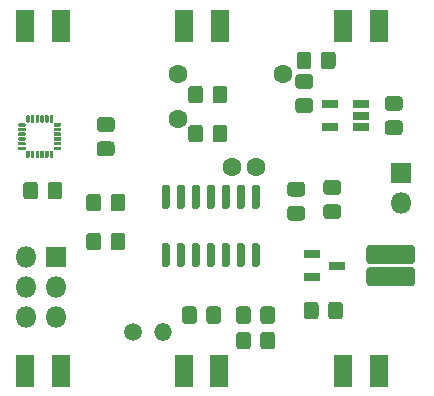
<source format=gbr>
%TF.GenerationSoftware,KiCad,Pcbnew,5.1.6*%
%TF.CreationDate,2020-10-24T08:35:36+02:00*%
%TF.ProjectId,MoCoBiBa_no_charger,4d6f436f-4269-4426-915f-6e6f5f636861,rev?*%
%TF.SameCoordinates,Original*%
%TF.FileFunction,Soldermask,Top*%
%TF.FilePolarity,Negative*%
%FSLAX46Y46*%
G04 Gerber Fmt 4.6, Leading zero omitted, Abs format (unit mm)*
G04 Created by KiCad (PCBNEW 5.1.6) date 2020-10-24 08:35:36*
%MOMM*%
%LPD*%
G01*
G04 APERTURE LIST*
%ADD10O,1.500000X1.500000*%
%ADD11C,1.500000*%
%ADD12C,1.600000*%
%ADD13R,1.600000X2.700000*%
%ADD14R,1.800000X1.800000*%
%ADD15O,1.800000X1.800000*%
%ADD16R,1.440000X0.740000*%
%ADD17R,1.320000X0.750000*%
G04 APERTURE END LIST*
D10*
%TO.C,R2*%
X45720000Y-59944000D03*
D11*
X43180000Y-59944000D03*
%TD*%
%TO.C,R1*%
G36*
G01*
X53185000Y-60227738D02*
X53185000Y-61184262D01*
G75*
G02*
X52913262Y-61456000I-271738J0D01*
G01*
X52206738Y-61456000D01*
G75*
G02*
X51935000Y-61184262I0J271738D01*
G01*
X51935000Y-60227738D01*
G75*
G02*
X52206738Y-59956000I271738J0D01*
G01*
X52913262Y-59956000D01*
G75*
G02*
X53185000Y-60227738I0J-271738D01*
G01*
G37*
G36*
G01*
X55235000Y-60227738D02*
X55235000Y-61184262D01*
G75*
G02*
X54963262Y-61456000I-271738J0D01*
G01*
X54256738Y-61456000D01*
G75*
G02*
X53985000Y-61184262I0J271738D01*
G01*
X53985000Y-60227738D01*
G75*
G02*
X54256738Y-59956000I271738J0D01*
G01*
X54963262Y-59956000D01*
G75*
G02*
X55235000Y-60227738I0J-271738D01*
G01*
G37*
%TD*%
D12*
%TO.C,3V3*%
X55880000Y-38100000D03*
%TD*%
%TO.C,SCL1*%
X46990000Y-41910000D03*
%TD*%
%TO.C,SDA1*%
X46990000Y-38100000D03*
%TD*%
%TO.C,PB1*%
X51562000Y-45974000D03*
%TD*%
%TO.C,PB0*%
X53594000Y-45974000D03*
%TD*%
%TO.C,C1*%
G36*
G01*
X56544738Y-49304000D02*
X57501262Y-49304000D01*
G75*
G02*
X57773000Y-49575738I0J-271738D01*
G01*
X57773000Y-50282262D01*
G75*
G02*
X57501262Y-50554000I-271738J0D01*
G01*
X56544738Y-50554000D01*
G75*
G02*
X56273000Y-50282262I0J271738D01*
G01*
X56273000Y-49575738D01*
G75*
G02*
X56544738Y-49304000I271738J0D01*
G01*
G37*
G36*
G01*
X56544738Y-47254000D02*
X57501262Y-47254000D01*
G75*
G02*
X57773000Y-47525738I0J-271738D01*
G01*
X57773000Y-48232262D01*
G75*
G02*
X57501262Y-48504000I-271738J0D01*
G01*
X56544738Y-48504000D01*
G75*
G02*
X56273000Y-48232262I0J271738D01*
G01*
X56273000Y-47525738D01*
G75*
G02*
X56544738Y-47254000I271738J0D01*
G01*
G37*
%TD*%
%TO.C,C5*%
G36*
G01*
X59115800Y-37460662D02*
X59115800Y-36504138D01*
G75*
G02*
X59387538Y-36232400I271738J0D01*
G01*
X60094062Y-36232400D01*
G75*
G02*
X60365800Y-36504138I0J-271738D01*
G01*
X60365800Y-37460662D01*
G75*
G02*
X60094062Y-37732400I-271738J0D01*
G01*
X59387538Y-37732400D01*
G75*
G02*
X59115800Y-37460662I0J271738D01*
G01*
G37*
G36*
G01*
X57065800Y-37460662D02*
X57065800Y-36504138D01*
G75*
G02*
X57337538Y-36232400I271738J0D01*
G01*
X58044062Y-36232400D01*
G75*
G02*
X58315800Y-36504138I0J-271738D01*
G01*
X58315800Y-37460662D01*
G75*
G02*
X58044062Y-37732400I-271738J0D01*
G01*
X57337538Y-37732400D01*
G75*
G02*
X57065800Y-37460662I0J271738D01*
G01*
G37*
%TD*%
%TO.C,C3*%
G36*
G01*
X35969000Y-48484262D02*
X35969000Y-47527738D01*
G75*
G02*
X36240738Y-47256000I271738J0D01*
G01*
X36947262Y-47256000D01*
G75*
G02*
X37219000Y-47527738I0J-271738D01*
G01*
X37219000Y-48484262D01*
G75*
G02*
X36947262Y-48756000I-271738J0D01*
G01*
X36240738Y-48756000D01*
G75*
G02*
X35969000Y-48484262I0J271738D01*
G01*
G37*
G36*
G01*
X33919000Y-48484262D02*
X33919000Y-47527738D01*
G75*
G02*
X34190738Y-47256000I271738J0D01*
G01*
X34897262Y-47256000D01*
G75*
G02*
X35169000Y-47527738I0J-271738D01*
G01*
X35169000Y-48484262D01*
G75*
G02*
X34897262Y-48756000I-271738J0D01*
G01*
X34190738Y-48756000D01*
G75*
G02*
X33919000Y-48484262I0J271738D01*
G01*
G37*
%TD*%
%TO.C,R12*%
G36*
G01*
X49139000Y-42701738D02*
X49139000Y-43658262D01*
G75*
G02*
X48867262Y-43930000I-271738J0D01*
G01*
X48160738Y-43930000D01*
G75*
G02*
X47889000Y-43658262I0J271738D01*
G01*
X47889000Y-42701738D01*
G75*
G02*
X48160738Y-42430000I271738J0D01*
G01*
X48867262Y-42430000D01*
G75*
G02*
X49139000Y-42701738I0J-271738D01*
G01*
G37*
G36*
G01*
X51189000Y-42701738D02*
X51189000Y-43658262D01*
G75*
G02*
X50917262Y-43930000I-271738J0D01*
G01*
X50210738Y-43930000D01*
G75*
G02*
X49939000Y-43658262I0J271738D01*
G01*
X49939000Y-42701738D01*
G75*
G02*
X50210738Y-42430000I271738J0D01*
G01*
X50917262Y-42430000D01*
G75*
G02*
X51189000Y-42701738I0J-271738D01*
G01*
G37*
%TD*%
%TO.C,R11*%
G36*
G01*
X49139000Y-39399738D02*
X49139000Y-40356262D01*
G75*
G02*
X48867262Y-40628000I-271738J0D01*
G01*
X48160738Y-40628000D01*
G75*
G02*
X47889000Y-40356262I0J271738D01*
G01*
X47889000Y-39399738D01*
G75*
G02*
X48160738Y-39128000I271738J0D01*
G01*
X48867262Y-39128000D01*
G75*
G02*
X49139000Y-39399738I0J-271738D01*
G01*
G37*
G36*
G01*
X51189000Y-39399738D02*
X51189000Y-40356262D01*
G75*
G02*
X50917262Y-40628000I-271738J0D01*
G01*
X50210738Y-40628000D01*
G75*
G02*
X49939000Y-40356262I0J271738D01*
G01*
X49939000Y-39399738D01*
G75*
G02*
X50210738Y-39128000I271738J0D01*
G01*
X50917262Y-39128000D01*
G75*
G02*
X51189000Y-39399738I0J-271738D01*
G01*
G37*
%TD*%
D13*
%TO.C,D6*%
X61008000Y-63246000D03*
X64008000Y-63246000D03*
%TD*%
%TO.C,D5*%
X47522000Y-63246000D03*
X50522000Y-63246000D03*
%TD*%
%TO.C,D1*%
X34084000Y-34036000D03*
X37084000Y-34036000D03*
%TD*%
%TO.C,C4*%
G36*
G01*
X41303000Y-49500262D02*
X41303000Y-48543738D01*
G75*
G02*
X41574738Y-48272000I271738J0D01*
G01*
X42281262Y-48272000D01*
G75*
G02*
X42553000Y-48543738I0J-271738D01*
G01*
X42553000Y-49500262D01*
G75*
G02*
X42281262Y-49772000I-271738J0D01*
G01*
X41574738Y-49772000D01*
G75*
G02*
X41303000Y-49500262I0J271738D01*
G01*
G37*
G36*
G01*
X39253000Y-49500262D02*
X39253000Y-48543738D01*
G75*
G02*
X39524738Y-48272000I271738J0D01*
G01*
X40231262Y-48272000D01*
G75*
G02*
X40503000Y-48543738I0J-271738D01*
G01*
X40503000Y-49500262D01*
G75*
G02*
X40231262Y-49772000I-271738J0D01*
G01*
X39524738Y-49772000D01*
G75*
G02*
X39253000Y-49500262I0J271738D01*
G01*
G37*
%TD*%
%TO.C,C6*%
G36*
G01*
X40415738Y-41793000D02*
X41372262Y-41793000D01*
G75*
G02*
X41644000Y-42064738I0J-271738D01*
G01*
X41644000Y-42771262D01*
G75*
G02*
X41372262Y-43043000I-271738J0D01*
G01*
X40415738Y-43043000D01*
G75*
G02*
X40144000Y-42771262I0J271738D01*
G01*
X40144000Y-42064738D01*
G75*
G02*
X40415738Y-41793000I271738J0D01*
G01*
G37*
G36*
G01*
X40415738Y-43843000D02*
X41372262Y-43843000D01*
G75*
G02*
X41644000Y-44114738I0J-271738D01*
G01*
X41644000Y-44821262D01*
G75*
G02*
X41372262Y-45093000I-271738J0D01*
G01*
X40415738Y-45093000D01*
G75*
G02*
X40144000Y-44821262I0J271738D01*
G01*
X40144000Y-44114738D01*
G75*
G02*
X40415738Y-43843000I271738J0D01*
G01*
G37*
%TD*%
%TO.C,D2*%
X50546000Y-34036000D03*
X47546000Y-34036000D03*
%TD*%
%TO.C,D3*%
X61008000Y-34036000D03*
X64008000Y-34036000D03*
%TD*%
%TO.C,D4*%
X37084000Y-63246000D03*
X34084000Y-63246000D03*
%TD*%
D14*
%TO.C,J2*%
X65913000Y-46482000D03*
D15*
X65913000Y-49022000D03*
%TD*%
D14*
%TO.C,J3*%
X36703000Y-53594000D03*
D15*
X34163000Y-53594000D03*
X36703000Y-56134000D03*
X34163000Y-56134000D03*
X36703000Y-58674000D03*
X34163000Y-58674000D03*
%TD*%
%TO.C,L1*%
G36*
G01*
X58187062Y-41435400D02*
X57230538Y-41435400D01*
G75*
G02*
X56958800Y-41163662I0J271738D01*
G01*
X56958800Y-40457138D01*
G75*
G02*
X57230538Y-40185400I271738J0D01*
G01*
X58187062Y-40185400D01*
G75*
G02*
X58458800Y-40457138I0J-271738D01*
G01*
X58458800Y-41163662D01*
G75*
G02*
X58187062Y-41435400I-271738J0D01*
G01*
G37*
G36*
G01*
X58187062Y-39385400D02*
X57230538Y-39385400D01*
G75*
G02*
X56958800Y-39113662I0J271738D01*
G01*
X56958800Y-38407138D01*
G75*
G02*
X57230538Y-38135400I271738J0D01*
G01*
X58187062Y-38135400D01*
G75*
G02*
X58458800Y-38407138I0J-271738D01*
G01*
X58458800Y-39113662D01*
G75*
G02*
X58187062Y-39385400I-271738J0D01*
G01*
G37*
%TD*%
D16*
%TO.C,Q1*%
X60486000Y-54356000D03*
X58386000Y-55306000D03*
X58386000Y-53406000D03*
%TD*%
%TO.C,R4*%
G36*
G01*
X55235000Y-58068738D02*
X55235000Y-59025262D01*
G75*
G02*
X54963262Y-59297000I-271738J0D01*
G01*
X54256738Y-59297000D01*
G75*
G02*
X53985000Y-59025262I0J271738D01*
G01*
X53985000Y-58068738D01*
G75*
G02*
X54256738Y-57797000I271738J0D01*
G01*
X54963262Y-57797000D01*
G75*
G02*
X55235000Y-58068738I0J-271738D01*
G01*
G37*
G36*
G01*
X53185000Y-58068738D02*
X53185000Y-59025262D01*
G75*
G02*
X52913262Y-59297000I-271738J0D01*
G01*
X52206738Y-59297000D01*
G75*
G02*
X51935000Y-59025262I0J271738D01*
G01*
X51935000Y-58068738D01*
G75*
G02*
X52206738Y-57797000I271738J0D01*
G01*
X52913262Y-57797000D01*
G75*
G02*
X53185000Y-58068738I0J-271738D01*
G01*
G37*
%TD*%
%TO.C,R5*%
G36*
G01*
X50663000Y-58068738D02*
X50663000Y-59025262D01*
G75*
G02*
X50391262Y-59297000I-271738J0D01*
G01*
X49684738Y-59297000D01*
G75*
G02*
X49413000Y-59025262I0J271738D01*
G01*
X49413000Y-58068738D01*
G75*
G02*
X49684738Y-57797000I271738J0D01*
G01*
X50391262Y-57797000D01*
G75*
G02*
X50663000Y-58068738I0J-271738D01*
G01*
G37*
G36*
G01*
X48613000Y-58068738D02*
X48613000Y-59025262D01*
G75*
G02*
X48341262Y-59297000I-271738J0D01*
G01*
X47634738Y-59297000D01*
G75*
G02*
X47363000Y-59025262I0J271738D01*
G01*
X47363000Y-58068738D01*
G75*
G02*
X47634738Y-57797000I271738J0D01*
G01*
X48341262Y-57797000D01*
G75*
G02*
X48613000Y-58068738I0J-271738D01*
G01*
G37*
%TD*%
%TO.C,R7*%
G36*
G01*
X59592738Y-47109000D02*
X60549262Y-47109000D01*
G75*
G02*
X60821000Y-47380738I0J-271738D01*
G01*
X60821000Y-48087262D01*
G75*
G02*
X60549262Y-48359000I-271738J0D01*
G01*
X59592738Y-48359000D01*
G75*
G02*
X59321000Y-48087262I0J271738D01*
G01*
X59321000Y-47380738D01*
G75*
G02*
X59592738Y-47109000I271738J0D01*
G01*
G37*
G36*
G01*
X59592738Y-49159000D02*
X60549262Y-49159000D01*
G75*
G02*
X60821000Y-49430738I0J-271738D01*
G01*
X60821000Y-50137262D01*
G75*
G02*
X60549262Y-50409000I-271738J0D01*
G01*
X59592738Y-50409000D01*
G75*
G02*
X59321000Y-50137262I0J271738D01*
G01*
X59321000Y-49430738D01*
G75*
G02*
X59592738Y-49159000I271738J0D01*
G01*
G37*
%TD*%
%TO.C,R8*%
G36*
G01*
X59718000Y-58644262D02*
X59718000Y-57687738D01*
G75*
G02*
X59989738Y-57416000I271738J0D01*
G01*
X60696262Y-57416000D01*
G75*
G02*
X60968000Y-57687738I0J-271738D01*
G01*
X60968000Y-58644262D01*
G75*
G02*
X60696262Y-58916000I-271738J0D01*
G01*
X59989738Y-58916000D01*
G75*
G02*
X59718000Y-58644262I0J271738D01*
G01*
G37*
G36*
G01*
X57668000Y-58644262D02*
X57668000Y-57687738D01*
G75*
G02*
X57939738Y-57416000I271738J0D01*
G01*
X58646262Y-57416000D01*
G75*
G02*
X58918000Y-57687738I0J-271738D01*
G01*
X58918000Y-58644262D01*
G75*
G02*
X58646262Y-58916000I-271738J0D01*
G01*
X57939738Y-58916000D01*
G75*
G02*
X57668000Y-58644262I0J271738D01*
G01*
G37*
%TD*%
%TO.C,R9*%
G36*
G01*
X66807608Y-56106000D02*
X63240392Y-56106000D01*
G75*
G02*
X62974000Y-55839608I0J266392D01*
G01*
X62974000Y-54747392D01*
G75*
G02*
X63240392Y-54481000I266392J0D01*
G01*
X66807608Y-54481000D01*
G75*
G02*
X67074000Y-54747392I0J-266392D01*
G01*
X67074000Y-55839608D01*
G75*
G02*
X66807608Y-56106000I-266392J0D01*
G01*
G37*
G36*
G01*
X66807608Y-54231000D02*
X63240392Y-54231000D01*
G75*
G02*
X62974000Y-53964608I0J266392D01*
G01*
X62974000Y-52872392D01*
G75*
G02*
X63240392Y-52606000I266392J0D01*
G01*
X66807608Y-52606000D01*
G75*
G02*
X67074000Y-52872392I0J-266392D01*
G01*
X67074000Y-53964608D01*
G75*
G02*
X66807608Y-54231000I-266392J0D01*
G01*
G37*
%TD*%
%TO.C,R10*%
G36*
G01*
X64799738Y-42056000D02*
X65756262Y-42056000D01*
G75*
G02*
X66028000Y-42327738I0J-271738D01*
G01*
X66028000Y-43034262D01*
G75*
G02*
X65756262Y-43306000I-271738J0D01*
G01*
X64799738Y-43306000D01*
G75*
G02*
X64528000Y-43034262I0J271738D01*
G01*
X64528000Y-42327738D01*
G75*
G02*
X64799738Y-42056000I271738J0D01*
G01*
G37*
G36*
G01*
X64799738Y-40006000D02*
X65756262Y-40006000D01*
G75*
G02*
X66028000Y-40277738I0J-271738D01*
G01*
X66028000Y-40984262D01*
G75*
G02*
X65756262Y-41256000I-271738J0D01*
G01*
X64799738Y-41256000D01*
G75*
G02*
X64528000Y-40984262I0J271738D01*
G01*
X64528000Y-40277738D01*
G75*
G02*
X64799738Y-40006000I271738J0D01*
G01*
G37*
%TD*%
%TO.C,R13*%
G36*
G01*
X41303000Y-52802262D02*
X41303000Y-51845738D01*
G75*
G02*
X41574738Y-51574000I271738J0D01*
G01*
X42281262Y-51574000D01*
G75*
G02*
X42553000Y-51845738I0J-271738D01*
G01*
X42553000Y-52802262D01*
G75*
G02*
X42281262Y-53074000I-271738J0D01*
G01*
X41574738Y-53074000D01*
G75*
G02*
X41303000Y-52802262I0J271738D01*
G01*
G37*
G36*
G01*
X39253000Y-52802262D02*
X39253000Y-51845738D01*
G75*
G02*
X39524738Y-51574000I271738J0D01*
G01*
X40231262Y-51574000D01*
G75*
G02*
X40503000Y-51845738I0J-271738D01*
G01*
X40503000Y-52802262D01*
G75*
G02*
X40231262Y-53074000I-271738J0D01*
G01*
X39524738Y-53074000D01*
G75*
G02*
X39253000Y-52802262I0J271738D01*
G01*
G37*
%TD*%
%TO.C,U2*%
G36*
G01*
X53419000Y-47489000D02*
X53769000Y-47489000D01*
G75*
G02*
X53944000Y-47664000I0J-175000D01*
G01*
X53944000Y-49364000D01*
G75*
G02*
X53769000Y-49539000I-175000J0D01*
G01*
X53419000Y-49539000D01*
G75*
G02*
X53244000Y-49364000I0J175000D01*
G01*
X53244000Y-47664000D01*
G75*
G02*
X53419000Y-47489000I175000J0D01*
G01*
G37*
G36*
G01*
X52149000Y-47489000D02*
X52499000Y-47489000D01*
G75*
G02*
X52674000Y-47664000I0J-175000D01*
G01*
X52674000Y-49364000D01*
G75*
G02*
X52499000Y-49539000I-175000J0D01*
G01*
X52149000Y-49539000D01*
G75*
G02*
X51974000Y-49364000I0J175000D01*
G01*
X51974000Y-47664000D01*
G75*
G02*
X52149000Y-47489000I175000J0D01*
G01*
G37*
G36*
G01*
X50879000Y-47489000D02*
X51229000Y-47489000D01*
G75*
G02*
X51404000Y-47664000I0J-175000D01*
G01*
X51404000Y-49364000D01*
G75*
G02*
X51229000Y-49539000I-175000J0D01*
G01*
X50879000Y-49539000D01*
G75*
G02*
X50704000Y-49364000I0J175000D01*
G01*
X50704000Y-47664000D01*
G75*
G02*
X50879000Y-47489000I175000J0D01*
G01*
G37*
G36*
G01*
X49609000Y-47489000D02*
X49959000Y-47489000D01*
G75*
G02*
X50134000Y-47664000I0J-175000D01*
G01*
X50134000Y-49364000D01*
G75*
G02*
X49959000Y-49539000I-175000J0D01*
G01*
X49609000Y-49539000D01*
G75*
G02*
X49434000Y-49364000I0J175000D01*
G01*
X49434000Y-47664000D01*
G75*
G02*
X49609000Y-47489000I175000J0D01*
G01*
G37*
G36*
G01*
X48339000Y-47489000D02*
X48689000Y-47489000D01*
G75*
G02*
X48864000Y-47664000I0J-175000D01*
G01*
X48864000Y-49364000D01*
G75*
G02*
X48689000Y-49539000I-175000J0D01*
G01*
X48339000Y-49539000D01*
G75*
G02*
X48164000Y-49364000I0J175000D01*
G01*
X48164000Y-47664000D01*
G75*
G02*
X48339000Y-47489000I175000J0D01*
G01*
G37*
G36*
G01*
X47069000Y-47489000D02*
X47419000Y-47489000D01*
G75*
G02*
X47594000Y-47664000I0J-175000D01*
G01*
X47594000Y-49364000D01*
G75*
G02*
X47419000Y-49539000I-175000J0D01*
G01*
X47069000Y-49539000D01*
G75*
G02*
X46894000Y-49364000I0J175000D01*
G01*
X46894000Y-47664000D01*
G75*
G02*
X47069000Y-47489000I175000J0D01*
G01*
G37*
G36*
G01*
X45799000Y-47489000D02*
X46149000Y-47489000D01*
G75*
G02*
X46324000Y-47664000I0J-175000D01*
G01*
X46324000Y-49364000D01*
G75*
G02*
X46149000Y-49539000I-175000J0D01*
G01*
X45799000Y-49539000D01*
G75*
G02*
X45624000Y-49364000I0J175000D01*
G01*
X45624000Y-47664000D01*
G75*
G02*
X45799000Y-47489000I175000J0D01*
G01*
G37*
G36*
G01*
X45799000Y-52439000D02*
X46149000Y-52439000D01*
G75*
G02*
X46324000Y-52614000I0J-175000D01*
G01*
X46324000Y-54314000D01*
G75*
G02*
X46149000Y-54489000I-175000J0D01*
G01*
X45799000Y-54489000D01*
G75*
G02*
X45624000Y-54314000I0J175000D01*
G01*
X45624000Y-52614000D01*
G75*
G02*
X45799000Y-52439000I175000J0D01*
G01*
G37*
G36*
G01*
X47069000Y-52439000D02*
X47419000Y-52439000D01*
G75*
G02*
X47594000Y-52614000I0J-175000D01*
G01*
X47594000Y-54314000D01*
G75*
G02*
X47419000Y-54489000I-175000J0D01*
G01*
X47069000Y-54489000D01*
G75*
G02*
X46894000Y-54314000I0J175000D01*
G01*
X46894000Y-52614000D01*
G75*
G02*
X47069000Y-52439000I175000J0D01*
G01*
G37*
G36*
G01*
X48339000Y-52439000D02*
X48689000Y-52439000D01*
G75*
G02*
X48864000Y-52614000I0J-175000D01*
G01*
X48864000Y-54314000D01*
G75*
G02*
X48689000Y-54489000I-175000J0D01*
G01*
X48339000Y-54489000D01*
G75*
G02*
X48164000Y-54314000I0J175000D01*
G01*
X48164000Y-52614000D01*
G75*
G02*
X48339000Y-52439000I175000J0D01*
G01*
G37*
G36*
G01*
X49609000Y-52439000D02*
X49959000Y-52439000D01*
G75*
G02*
X50134000Y-52614000I0J-175000D01*
G01*
X50134000Y-54314000D01*
G75*
G02*
X49959000Y-54489000I-175000J0D01*
G01*
X49609000Y-54489000D01*
G75*
G02*
X49434000Y-54314000I0J175000D01*
G01*
X49434000Y-52614000D01*
G75*
G02*
X49609000Y-52439000I175000J0D01*
G01*
G37*
G36*
G01*
X50879000Y-52439000D02*
X51229000Y-52439000D01*
G75*
G02*
X51404000Y-52614000I0J-175000D01*
G01*
X51404000Y-54314000D01*
G75*
G02*
X51229000Y-54489000I-175000J0D01*
G01*
X50879000Y-54489000D01*
G75*
G02*
X50704000Y-54314000I0J175000D01*
G01*
X50704000Y-52614000D01*
G75*
G02*
X50879000Y-52439000I175000J0D01*
G01*
G37*
G36*
G01*
X52149000Y-52439000D02*
X52499000Y-52439000D01*
G75*
G02*
X52674000Y-52614000I0J-175000D01*
G01*
X52674000Y-54314000D01*
G75*
G02*
X52499000Y-54489000I-175000J0D01*
G01*
X52149000Y-54489000D01*
G75*
G02*
X51974000Y-54314000I0J175000D01*
G01*
X51974000Y-52614000D01*
G75*
G02*
X52149000Y-52439000I175000J0D01*
G01*
G37*
G36*
G01*
X53419000Y-52439000D02*
X53769000Y-52439000D01*
G75*
G02*
X53944000Y-52614000I0J-175000D01*
G01*
X53944000Y-54314000D01*
G75*
G02*
X53769000Y-54489000I-175000J0D01*
G01*
X53419000Y-54489000D01*
G75*
G02*
X53244000Y-54314000I0J175000D01*
G01*
X53244000Y-52614000D01*
G75*
G02*
X53419000Y-52439000I175000J0D01*
G01*
G37*
%TD*%
D17*
%TO.C,U4*%
X62524000Y-42606000D03*
X62524000Y-41656000D03*
X62524000Y-40706000D03*
X59904000Y-40706000D03*
X59904000Y-42606000D03*
%TD*%
%TO.C,U5*%
G36*
G01*
X33481000Y-42509000D02*
X33481000Y-42359000D01*
G75*
G02*
X33556000Y-42284000I75000J0D01*
G01*
X34056000Y-42284000D01*
G75*
G02*
X34131000Y-42359000I0J-75000D01*
G01*
X34131000Y-42509000D01*
G75*
G02*
X34056000Y-42584000I-75000J0D01*
G01*
X33556000Y-42584000D01*
G75*
G02*
X33481000Y-42509000I0J75000D01*
G01*
G37*
G36*
G01*
X33481000Y-42909000D02*
X33481000Y-42759000D01*
G75*
G02*
X33556000Y-42684000I75000J0D01*
G01*
X34056000Y-42684000D01*
G75*
G02*
X34131000Y-42759000I0J-75000D01*
G01*
X34131000Y-42909000D01*
G75*
G02*
X34056000Y-42984000I-75000J0D01*
G01*
X33556000Y-42984000D01*
G75*
G02*
X33481000Y-42909000I0J75000D01*
G01*
G37*
G36*
G01*
X33481000Y-43309000D02*
X33481000Y-43159000D01*
G75*
G02*
X33556000Y-43084000I75000J0D01*
G01*
X34056000Y-43084000D01*
G75*
G02*
X34131000Y-43159000I0J-75000D01*
G01*
X34131000Y-43309000D01*
G75*
G02*
X34056000Y-43384000I-75000J0D01*
G01*
X33556000Y-43384000D01*
G75*
G02*
X33481000Y-43309000I0J75000D01*
G01*
G37*
G36*
G01*
X33481000Y-43709000D02*
X33481000Y-43559000D01*
G75*
G02*
X33556000Y-43484000I75000J0D01*
G01*
X34056000Y-43484000D01*
G75*
G02*
X34131000Y-43559000I0J-75000D01*
G01*
X34131000Y-43709000D01*
G75*
G02*
X34056000Y-43784000I-75000J0D01*
G01*
X33556000Y-43784000D01*
G75*
G02*
X33481000Y-43709000I0J75000D01*
G01*
G37*
G36*
G01*
X33481000Y-44109000D02*
X33481000Y-43959000D01*
G75*
G02*
X33556000Y-43884000I75000J0D01*
G01*
X34056000Y-43884000D01*
G75*
G02*
X34131000Y-43959000I0J-75000D01*
G01*
X34131000Y-44109000D01*
G75*
G02*
X34056000Y-44184000I-75000J0D01*
G01*
X33556000Y-44184000D01*
G75*
G02*
X33481000Y-44109000I0J75000D01*
G01*
G37*
G36*
G01*
X33481000Y-44509000D02*
X33481000Y-44359000D01*
G75*
G02*
X33556000Y-44284000I75000J0D01*
G01*
X34056000Y-44284000D01*
G75*
G02*
X34131000Y-44359000I0J-75000D01*
G01*
X34131000Y-44509000D01*
G75*
G02*
X34056000Y-44584000I-75000J0D01*
G01*
X33556000Y-44584000D01*
G75*
G02*
X33481000Y-44509000I0J75000D01*
G01*
G37*
G36*
G01*
X34381000Y-45259000D02*
X34231000Y-45259000D01*
G75*
G02*
X34156000Y-45184000I0J75000D01*
G01*
X34156000Y-44684000D01*
G75*
G02*
X34231000Y-44609000I75000J0D01*
G01*
X34381000Y-44609000D01*
G75*
G02*
X34456000Y-44684000I0J-75000D01*
G01*
X34456000Y-45184000D01*
G75*
G02*
X34381000Y-45259000I-75000J0D01*
G01*
G37*
G36*
G01*
X34781000Y-45259000D02*
X34631000Y-45259000D01*
G75*
G02*
X34556000Y-45184000I0J75000D01*
G01*
X34556000Y-44684000D01*
G75*
G02*
X34631000Y-44609000I75000J0D01*
G01*
X34781000Y-44609000D01*
G75*
G02*
X34856000Y-44684000I0J-75000D01*
G01*
X34856000Y-45184000D01*
G75*
G02*
X34781000Y-45259000I-75000J0D01*
G01*
G37*
G36*
G01*
X35181000Y-45259000D02*
X35031000Y-45259000D01*
G75*
G02*
X34956000Y-45184000I0J75000D01*
G01*
X34956000Y-44684000D01*
G75*
G02*
X35031000Y-44609000I75000J0D01*
G01*
X35181000Y-44609000D01*
G75*
G02*
X35256000Y-44684000I0J-75000D01*
G01*
X35256000Y-45184000D01*
G75*
G02*
X35181000Y-45259000I-75000J0D01*
G01*
G37*
G36*
G01*
X35581000Y-45259000D02*
X35431000Y-45259000D01*
G75*
G02*
X35356000Y-45184000I0J75000D01*
G01*
X35356000Y-44684000D01*
G75*
G02*
X35431000Y-44609000I75000J0D01*
G01*
X35581000Y-44609000D01*
G75*
G02*
X35656000Y-44684000I0J-75000D01*
G01*
X35656000Y-45184000D01*
G75*
G02*
X35581000Y-45259000I-75000J0D01*
G01*
G37*
G36*
G01*
X35981000Y-45259000D02*
X35831000Y-45259000D01*
G75*
G02*
X35756000Y-45184000I0J75000D01*
G01*
X35756000Y-44684000D01*
G75*
G02*
X35831000Y-44609000I75000J0D01*
G01*
X35981000Y-44609000D01*
G75*
G02*
X36056000Y-44684000I0J-75000D01*
G01*
X36056000Y-45184000D01*
G75*
G02*
X35981000Y-45259000I-75000J0D01*
G01*
G37*
G36*
G01*
X36381000Y-45259000D02*
X36231000Y-45259000D01*
G75*
G02*
X36156000Y-45184000I0J75000D01*
G01*
X36156000Y-44684000D01*
G75*
G02*
X36231000Y-44609000I75000J0D01*
G01*
X36381000Y-44609000D01*
G75*
G02*
X36456000Y-44684000I0J-75000D01*
G01*
X36456000Y-45184000D01*
G75*
G02*
X36381000Y-45259000I-75000J0D01*
G01*
G37*
G36*
G01*
X36481000Y-44509000D02*
X36481000Y-44359000D01*
G75*
G02*
X36556000Y-44284000I75000J0D01*
G01*
X37056000Y-44284000D01*
G75*
G02*
X37131000Y-44359000I0J-75000D01*
G01*
X37131000Y-44509000D01*
G75*
G02*
X37056000Y-44584000I-75000J0D01*
G01*
X36556000Y-44584000D01*
G75*
G02*
X36481000Y-44509000I0J75000D01*
G01*
G37*
G36*
G01*
X36481000Y-44109000D02*
X36481000Y-43959000D01*
G75*
G02*
X36556000Y-43884000I75000J0D01*
G01*
X37056000Y-43884000D01*
G75*
G02*
X37131000Y-43959000I0J-75000D01*
G01*
X37131000Y-44109000D01*
G75*
G02*
X37056000Y-44184000I-75000J0D01*
G01*
X36556000Y-44184000D01*
G75*
G02*
X36481000Y-44109000I0J75000D01*
G01*
G37*
G36*
G01*
X36481000Y-43709000D02*
X36481000Y-43559000D01*
G75*
G02*
X36556000Y-43484000I75000J0D01*
G01*
X37056000Y-43484000D01*
G75*
G02*
X37131000Y-43559000I0J-75000D01*
G01*
X37131000Y-43709000D01*
G75*
G02*
X37056000Y-43784000I-75000J0D01*
G01*
X36556000Y-43784000D01*
G75*
G02*
X36481000Y-43709000I0J75000D01*
G01*
G37*
G36*
G01*
X36481000Y-43309000D02*
X36481000Y-43159000D01*
G75*
G02*
X36556000Y-43084000I75000J0D01*
G01*
X37056000Y-43084000D01*
G75*
G02*
X37131000Y-43159000I0J-75000D01*
G01*
X37131000Y-43309000D01*
G75*
G02*
X37056000Y-43384000I-75000J0D01*
G01*
X36556000Y-43384000D01*
G75*
G02*
X36481000Y-43309000I0J75000D01*
G01*
G37*
G36*
G01*
X36481000Y-42909000D02*
X36481000Y-42759000D01*
G75*
G02*
X36556000Y-42684000I75000J0D01*
G01*
X37056000Y-42684000D01*
G75*
G02*
X37131000Y-42759000I0J-75000D01*
G01*
X37131000Y-42909000D01*
G75*
G02*
X37056000Y-42984000I-75000J0D01*
G01*
X36556000Y-42984000D01*
G75*
G02*
X36481000Y-42909000I0J75000D01*
G01*
G37*
G36*
G01*
X36481000Y-42509000D02*
X36481000Y-42359000D01*
G75*
G02*
X36556000Y-42284000I75000J0D01*
G01*
X37056000Y-42284000D01*
G75*
G02*
X37131000Y-42359000I0J-75000D01*
G01*
X37131000Y-42509000D01*
G75*
G02*
X37056000Y-42584000I-75000J0D01*
G01*
X36556000Y-42584000D01*
G75*
G02*
X36481000Y-42509000I0J75000D01*
G01*
G37*
G36*
G01*
X36381000Y-42259000D02*
X36231000Y-42259000D01*
G75*
G02*
X36156000Y-42184000I0J75000D01*
G01*
X36156000Y-41684000D01*
G75*
G02*
X36231000Y-41609000I75000J0D01*
G01*
X36381000Y-41609000D01*
G75*
G02*
X36456000Y-41684000I0J-75000D01*
G01*
X36456000Y-42184000D01*
G75*
G02*
X36381000Y-42259000I-75000J0D01*
G01*
G37*
G36*
G01*
X35981000Y-42259000D02*
X35831000Y-42259000D01*
G75*
G02*
X35756000Y-42184000I0J75000D01*
G01*
X35756000Y-41684000D01*
G75*
G02*
X35831000Y-41609000I75000J0D01*
G01*
X35981000Y-41609000D01*
G75*
G02*
X36056000Y-41684000I0J-75000D01*
G01*
X36056000Y-42184000D01*
G75*
G02*
X35981000Y-42259000I-75000J0D01*
G01*
G37*
G36*
G01*
X35581000Y-42259000D02*
X35431000Y-42259000D01*
G75*
G02*
X35356000Y-42184000I0J75000D01*
G01*
X35356000Y-41684000D01*
G75*
G02*
X35431000Y-41609000I75000J0D01*
G01*
X35581000Y-41609000D01*
G75*
G02*
X35656000Y-41684000I0J-75000D01*
G01*
X35656000Y-42184000D01*
G75*
G02*
X35581000Y-42259000I-75000J0D01*
G01*
G37*
G36*
G01*
X35181000Y-42259000D02*
X35031000Y-42259000D01*
G75*
G02*
X34956000Y-42184000I0J75000D01*
G01*
X34956000Y-41684000D01*
G75*
G02*
X35031000Y-41609000I75000J0D01*
G01*
X35181000Y-41609000D01*
G75*
G02*
X35256000Y-41684000I0J-75000D01*
G01*
X35256000Y-42184000D01*
G75*
G02*
X35181000Y-42259000I-75000J0D01*
G01*
G37*
G36*
G01*
X34781000Y-42259000D02*
X34631000Y-42259000D01*
G75*
G02*
X34556000Y-42184000I0J75000D01*
G01*
X34556000Y-41684000D01*
G75*
G02*
X34631000Y-41609000I75000J0D01*
G01*
X34781000Y-41609000D01*
G75*
G02*
X34856000Y-41684000I0J-75000D01*
G01*
X34856000Y-42184000D01*
G75*
G02*
X34781000Y-42259000I-75000J0D01*
G01*
G37*
G36*
G01*
X34381000Y-42259000D02*
X34231000Y-42259000D01*
G75*
G02*
X34156000Y-42184000I0J75000D01*
G01*
X34156000Y-41684000D01*
G75*
G02*
X34231000Y-41609000I75000J0D01*
G01*
X34381000Y-41609000D01*
G75*
G02*
X34456000Y-41684000I0J-75000D01*
G01*
X34456000Y-42184000D01*
G75*
G02*
X34381000Y-42259000I-75000J0D01*
G01*
G37*
%TD*%
M02*

</source>
